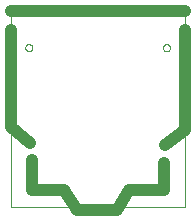
<source format=gko>
G75*
%MOIN*%
%OFA0B0*%
%FSLAX25Y25*%
%IPPOS*%
%LPD*%
%AMOC8*
5,1,8,0,0,1.08239X$1,22.5*
%
%ADD10C,0.00000*%
%ADD11C,0.03937*%
D10*
X0002969Y0003756D02*
X0002969Y0069110D01*
X0061236Y0069110D01*
X0061236Y0003756D01*
X0002969Y0003756D01*
X0007887Y0057024D02*
X0007889Y0057093D01*
X0007895Y0057161D01*
X0007905Y0057229D01*
X0007919Y0057296D01*
X0007937Y0057363D01*
X0007958Y0057428D01*
X0007984Y0057492D01*
X0008013Y0057554D01*
X0008045Y0057614D01*
X0008081Y0057673D01*
X0008121Y0057729D01*
X0008163Y0057783D01*
X0008209Y0057834D01*
X0008258Y0057883D01*
X0008309Y0057929D01*
X0008363Y0057971D01*
X0008419Y0058011D01*
X0008477Y0058047D01*
X0008538Y0058079D01*
X0008600Y0058108D01*
X0008664Y0058134D01*
X0008729Y0058155D01*
X0008796Y0058173D01*
X0008863Y0058187D01*
X0008931Y0058197D01*
X0008999Y0058203D01*
X0009068Y0058205D01*
X0009137Y0058203D01*
X0009205Y0058197D01*
X0009273Y0058187D01*
X0009340Y0058173D01*
X0009407Y0058155D01*
X0009472Y0058134D01*
X0009536Y0058108D01*
X0009598Y0058079D01*
X0009658Y0058047D01*
X0009717Y0058011D01*
X0009773Y0057971D01*
X0009827Y0057929D01*
X0009878Y0057883D01*
X0009927Y0057834D01*
X0009973Y0057783D01*
X0010015Y0057729D01*
X0010055Y0057673D01*
X0010091Y0057614D01*
X0010123Y0057554D01*
X0010152Y0057492D01*
X0010178Y0057428D01*
X0010199Y0057363D01*
X0010217Y0057296D01*
X0010231Y0057229D01*
X0010241Y0057161D01*
X0010247Y0057093D01*
X0010249Y0057024D01*
X0010247Y0056955D01*
X0010241Y0056887D01*
X0010231Y0056819D01*
X0010217Y0056752D01*
X0010199Y0056685D01*
X0010178Y0056620D01*
X0010152Y0056556D01*
X0010123Y0056494D01*
X0010091Y0056433D01*
X0010055Y0056375D01*
X0010015Y0056319D01*
X0009973Y0056265D01*
X0009927Y0056214D01*
X0009878Y0056165D01*
X0009827Y0056119D01*
X0009773Y0056077D01*
X0009717Y0056037D01*
X0009659Y0056001D01*
X0009598Y0055969D01*
X0009536Y0055940D01*
X0009472Y0055914D01*
X0009407Y0055893D01*
X0009340Y0055875D01*
X0009273Y0055861D01*
X0009205Y0055851D01*
X0009137Y0055845D01*
X0009068Y0055843D01*
X0008999Y0055845D01*
X0008931Y0055851D01*
X0008863Y0055861D01*
X0008796Y0055875D01*
X0008729Y0055893D01*
X0008664Y0055914D01*
X0008600Y0055940D01*
X0008538Y0055969D01*
X0008477Y0056001D01*
X0008419Y0056037D01*
X0008363Y0056077D01*
X0008309Y0056119D01*
X0008258Y0056165D01*
X0008209Y0056214D01*
X0008163Y0056265D01*
X0008121Y0056319D01*
X0008081Y0056375D01*
X0008045Y0056433D01*
X0008013Y0056494D01*
X0007984Y0056556D01*
X0007958Y0056620D01*
X0007937Y0056685D01*
X0007919Y0056752D01*
X0007905Y0056819D01*
X0007895Y0056887D01*
X0007889Y0056955D01*
X0007887Y0057024D01*
X0053756Y0057024D02*
X0053758Y0057093D01*
X0053764Y0057161D01*
X0053774Y0057229D01*
X0053788Y0057296D01*
X0053806Y0057363D01*
X0053827Y0057428D01*
X0053853Y0057492D01*
X0053882Y0057554D01*
X0053914Y0057614D01*
X0053950Y0057673D01*
X0053990Y0057729D01*
X0054032Y0057783D01*
X0054078Y0057834D01*
X0054127Y0057883D01*
X0054178Y0057929D01*
X0054232Y0057971D01*
X0054288Y0058011D01*
X0054346Y0058047D01*
X0054407Y0058079D01*
X0054469Y0058108D01*
X0054533Y0058134D01*
X0054598Y0058155D01*
X0054665Y0058173D01*
X0054732Y0058187D01*
X0054800Y0058197D01*
X0054868Y0058203D01*
X0054937Y0058205D01*
X0055006Y0058203D01*
X0055074Y0058197D01*
X0055142Y0058187D01*
X0055209Y0058173D01*
X0055276Y0058155D01*
X0055341Y0058134D01*
X0055405Y0058108D01*
X0055467Y0058079D01*
X0055527Y0058047D01*
X0055586Y0058011D01*
X0055642Y0057971D01*
X0055696Y0057929D01*
X0055747Y0057883D01*
X0055796Y0057834D01*
X0055842Y0057783D01*
X0055884Y0057729D01*
X0055924Y0057673D01*
X0055960Y0057614D01*
X0055992Y0057554D01*
X0056021Y0057492D01*
X0056047Y0057428D01*
X0056068Y0057363D01*
X0056086Y0057296D01*
X0056100Y0057229D01*
X0056110Y0057161D01*
X0056116Y0057093D01*
X0056118Y0057024D01*
X0056116Y0056955D01*
X0056110Y0056887D01*
X0056100Y0056819D01*
X0056086Y0056752D01*
X0056068Y0056685D01*
X0056047Y0056620D01*
X0056021Y0056556D01*
X0055992Y0056494D01*
X0055960Y0056433D01*
X0055924Y0056375D01*
X0055884Y0056319D01*
X0055842Y0056265D01*
X0055796Y0056214D01*
X0055747Y0056165D01*
X0055696Y0056119D01*
X0055642Y0056077D01*
X0055586Y0056037D01*
X0055528Y0056001D01*
X0055467Y0055969D01*
X0055405Y0055940D01*
X0055341Y0055914D01*
X0055276Y0055893D01*
X0055209Y0055875D01*
X0055142Y0055861D01*
X0055074Y0055851D01*
X0055006Y0055845D01*
X0054937Y0055843D01*
X0054868Y0055845D01*
X0054800Y0055851D01*
X0054732Y0055861D01*
X0054665Y0055875D01*
X0054598Y0055893D01*
X0054533Y0055914D01*
X0054469Y0055940D01*
X0054407Y0055969D01*
X0054346Y0056001D01*
X0054288Y0056037D01*
X0054232Y0056077D01*
X0054178Y0056119D01*
X0054127Y0056165D01*
X0054078Y0056214D01*
X0054032Y0056265D01*
X0053990Y0056319D01*
X0053950Y0056375D01*
X0053914Y0056433D01*
X0053882Y0056494D01*
X0053853Y0056556D01*
X0053827Y0056620D01*
X0053806Y0056685D01*
X0053788Y0056752D01*
X0053774Y0056819D01*
X0053764Y0056887D01*
X0053758Y0056955D01*
X0053756Y0057024D01*
D11*
X0061236Y0062811D02*
X0061236Y0029740D01*
X0054346Y0024425D01*
X0054150Y0018717D02*
X0054150Y0009661D01*
X0042339Y0009661D01*
X0038598Y0002969D01*
X0025016Y0002969D01*
X0020685Y0009661D01*
X0010252Y0009661D01*
X0010252Y0019701D01*
X0009465Y0025409D02*
X0002969Y0030724D01*
X0002969Y0063008D01*
X0002969Y0069110D02*
X0061236Y0069110D01*
M02*

</source>
